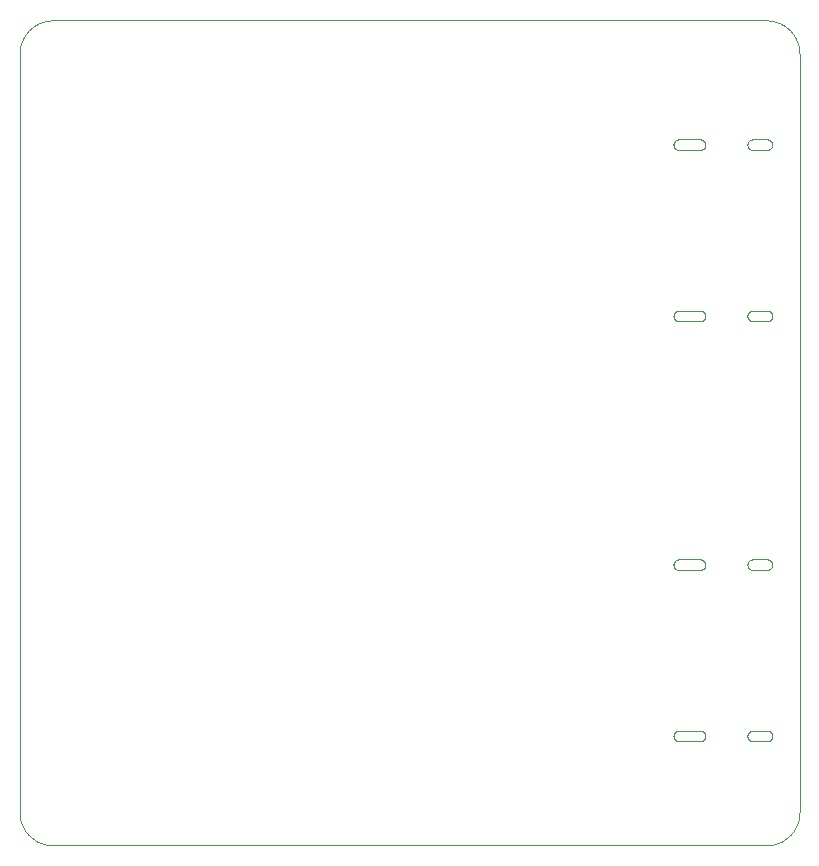
<source format=gko>
G75*
%MOIN*%
%OFA0B0*%
%FSLAX25Y25*%
%IPPOS*%
%LPD*%
%AMOC8*
5,1,8,0,0,1.08239X$1,22.5*
%
%ADD10C,0.00000*%
D10*
X0021800Y0013995D02*
X0021800Y0266635D01*
X0021803Y0266905D01*
X0021813Y0267175D01*
X0021829Y0267445D01*
X0021852Y0267714D01*
X0021882Y0267983D01*
X0021917Y0268250D01*
X0021960Y0268517D01*
X0022008Y0268783D01*
X0022063Y0269047D01*
X0022125Y0269311D01*
X0022193Y0269572D01*
X0022267Y0269832D01*
X0022347Y0270090D01*
X0022434Y0270346D01*
X0022527Y0270599D01*
X0022625Y0270851D01*
X0022730Y0271100D01*
X0022841Y0271346D01*
X0022958Y0271590D01*
X0023081Y0271831D01*
X0023209Y0272068D01*
X0023343Y0272303D01*
X0023483Y0272534D01*
X0023628Y0272762D01*
X0023779Y0272986D01*
X0023935Y0273206D01*
X0024097Y0273423D01*
X0024263Y0273636D01*
X0024435Y0273844D01*
X0024612Y0274049D01*
X0024793Y0274249D01*
X0024980Y0274444D01*
X0025171Y0274635D01*
X0025366Y0274822D01*
X0025566Y0275003D01*
X0025771Y0275180D01*
X0025979Y0275352D01*
X0026192Y0275518D01*
X0026409Y0275680D01*
X0026629Y0275836D01*
X0026853Y0275987D01*
X0027081Y0276132D01*
X0027312Y0276272D01*
X0027547Y0276406D01*
X0027784Y0276534D01*
X0028025Y0276657D01*
X0028269Y0276774D01*
X0028515Y0276885D01*
X0028764Y0276990D01*
X0029016Y0277088D01*
X0029269Y0277181D01*
X0029525Y0277268D01*
X0029783Y0277348D01*
X0030043Y0277422D01*
X0030304Y0277490D01*
X0030568Y0277552D01*
X0030832Y0277607D01*
X0031098Y0277655D01*
X0031365Y0277698D01*
X0031632Y0277733D01*
X0031901Y0277763D01*
X0032170Y0277786D01*
X0032440Y0277802D01*
X0032710Y0277812D01*
X0032980Y0277815D01*
X0270620Y0277815D01*
X0270890Y0277812D01*
X0271160Y0277802D01*
X0271430Y0277786D01*
X0271699Y0277763D01*
X0271968Y0277733D01*
X0272235Y0277698D01*
X0272502Y0277655D01*
X0272768Y0277607D01*
X0273032Y0277552D01*
X0273296Y0277490D01*
X0273557Y0277422D01*
X0273817Y0277348D01*
X0274075Y0277268D01*
X0274331Y0277181D01*
X0274584Y0277088D01*
X0274836Y0276990D01*
X0275085Y0276885D01*
X0275331Y0276774D01*
X0275575Y0276657D01*
X0275816Y0276534D01*
X0276053Y0276406D01*
X0276288Y0276272D01*
X0276519Y0276132D01*
X0276747Y0275987D01*
X0276971Y0275836D01*
X0277191Y0275680D01*
X0277408Y0275518D01*
X0277621Y0275352D01*
X0277829Y0275180D01*
X0278034Y0275003D01*
X0278234Y0274822D01*
X0278429Y0274635D01*
X0278620Y0274444D01*
X0278807Y0274249D01*
X0278988Y0274049D01*
X0279165Y0273844D01*
X0279337Y0273636D01*
X0279503Y0273423D01*
X0279665Y0273206D01*
X0279821Y0272986D01*
X0279972Y0272762D01*
X0280117Y0272534D01*
X0280257Y0272303D01*
X0280391Y0272068D01*
X0280519Y0271831D01*
X0280642Y0271590D01*
X0280759Y0271346D01*
X0280870Y0271100D01*
X0280975Y0270851D01*
X0281073Y0270599D01*
X0281166Y0270346D01*
X0281253Y0270090D01*
X0281333Y0269832D01*
X0281407Y0269572D01*
X0281475Y0269311D01*
X0281537Y0269047D01*
X0281592Y0268783D01*
X0281640Y0268517D01*
X0281683Y0268250D01*
X0281718Y0267983D01*
X0281748Y0267714D01*
X0281771Y0267445D01*
X0281787Y0267175D01*
X0281797Y0266905D01*
X0281800Y0266635D01*
X0281800Y0013995D01*
X0281797Y0013725D01*
X0281787Y0013455D01*
X0281771Y0013185D01*
X0281748Y0012916D01*
X0281718Y0012647D01*
X0281683Y0012380D01*
X0281640Y0012113D01*
X0281592Y0011847D01*
X0281537Y0011583D01*
X0281475Y0011319D01*
X0281407Y0011058D01*
X0281333Y0010798D01*
X0281253Y0010540D01*
X0281166Y0010284D01*
X0281073Y0010031D01*
X0280975Y0009779D01*
X0280870Y0009530D01*
X0280759Y0009284D01*
X0280642Y0009040D01*
X0280519Y0008799D01*
X0280391Y0008562D01*
X0280257Y0008327D01*
X0280117Y0008096D01*
X0279972Y0007868D01*
X0279821Y0007644D01*
X0279665Y0007424D01*
X0279503Y0007207D01*
X0279337Y0006994D01*
X0279165Y0006786D01*
X0278988Y0006581D01*
X0278807Y0006381D01*
X0278620Y0006186D01*
X0278429Y0005995D01*
X0278234Y0005808D01*
X0278034Y0005627D01*
X0277829Y0005450D01*
X0277621Y0005278D01*
X0277408Y0005112D01*
X0277191Y0004950D01*
X0276971Y0004794D01*
X0276747Y0004643D01*
X0276519Y0004498D01*
X0276288Y0004358D01*
X0276053Y0004224D01*
X0275816Y0004096D01*
X0275575Y0003973D01*
X0275331Y0003856D01*
X0275085Y0003745D01*
X0274836Y0003640D01*
X0274584Y0003542D01*
X0274331Y0003449D01*
X0274075Y0003362D01*
X0273817Y0003282D01*
X0273557Y0003208D01*
X0273296Y0003140D01*
X0273032Y0003078D01*
X0272768Y0003023D01*
X0272502Y0002975D01*
X0272235Y0002932D01*
X0271968Y0002897D01*
X0271699Y0002867D01*
X0271430Y0002844D01*
X0271160Y0002828D01*
X0270890Y0002818D01*
X0270620Y0002815D01*
X0032980Y0002815D01*
X0032710Y0002818D01*
X0032440Y0002828D01*
X0032170Y0002844D01*
X0031901Y0002867D01*
X0031632Y0002897D01*
X0031365Y0002932D01*
X0031098Y0002975D01*
X0030832Y0003023D01*
X0030568Y0003078D01*
X0030304Y0003140D01*
X0030043Y0003208D01*
X0029783Y0003282D01*
X0029525Y0003362D01*
X0029269Y0003449D01*
X0029016Y0003542D01*
X0028764Y0003640D01*
X0028515Y0003745D01*
X0028269Y0003856D01*
X0028025Y0003973D01*
X0027784Y0004096D01*
X0027547Y0004224D01*
X0027312Y0004358D01*
X0027081Y0004498D01*
X0026853Y0004643D01*
X0026629Y0004794D01*
X0026409Y0004950D01*
X0026192Y0005112D01*
X0025979Y0005278D01*
X0025771Y0005450D01*
X0025566Y0005627D01*
X0025366Y0005808D01*
X0025171Y0005995D01*
X0024980Y0006186D01*
X0024793Y0006381D01*
X0024612Y0006581D01*
X0024435Y0006786D01*
X0024263Y0006994D01*
X0024097Y0007207D01*
X0023935Y0007424D01*
X0023779Y0007644D01*
X0023628Y0007868D01*
X0023483Y0008096D01*
X0023343Y0008327D01*
X0023209Y0008562D01*
X0023081Y0008799D01*
X0022958Y0009040D01*
X0022841Y0009284D01*
X0022730Y0009530D01*
X0022625Y0009779D01*
X0022527Y0010031D01*
X0022434Y0010284D01*
X0022347Y0010540D01*
X0022267Y0010798D01*
X0022193Y0011058D01*
X0022125Y0011319D01*
X0022063Y0011583D01*
X0022008Y0011847D01*
X0021960Y0012113D01*
X0021917Y0012380D01*
X0021882Y0012647D01*
X0021852Y0012916D01*
X0021829Y0013185D01*
X0021813Y0013455D01*
X0021803Y0013725D01*
X0021800Y0013995D01*
X0241564Y0037500D02*
X0248650Y0037500D01*
X0248732Y0037502D01*
X0248813Y0037508D01*
X0248895Y0037517D01*
X0248976Y0037530D01*
X0249056Y0037547D01*
X0249135Y0037568D01*
X0249213Y0037592D01*
X0249290Y0037620D01*
X0249366Y0037651D01*
X0249440Y0037686D01*
X0249512Y0037724D01*
X0249583Y0037765D01*
X0249651Y0037810D01*
X0249718Y0037858D01*
X0249782Y0037909D01*
X0249844Y0037962D01*
X0249903Y0038019D01*
X0249960Y0038078D01*
X0250013Y0038140D01*
X0250064Y0038204D01*
X0250112Y0038271D01*
X0250157Y0038339D01*
X0250198Y0038410D01*
X0250236Y0038482D01*
X0250271Y0038556D01*
X0250302Y0038632D01*
X0250330Y0038709D01*
X0250354Y0038787D01*
X0250375Y0038866D01*
X0250392Y0038946D01*
X0250405Y0039027D01*
X0250414Y0039109D01*
X0250420Y0039190D01*
X0250422Y0039272D01*
X0250420Y0039354D01*
X0250414Y0039435D01*
X0250405Y0039517D01*
X0250392Y0039598D01*
X0250375Y0039678D01*
X0250354Y0039757D01*
X0250330Y0039835D01*
X0250302Y0039912D01*
X0250271Y0039988D01*
X0250236Y0040062D01*
X0250198Y0040134D01*
X0250157Y0040205D01*
X0250112Y0040273D01*
X0250064Y0040340D01*
X0250013Y0040404D01*
X0249960Y0040466D01*
X0249903Y0040525D01*
X0249844Y0040582D01*
X0249782Y0040635D01*
X0249718Y0040686D01*
X0249651Y0040734D01*
X0249583Y0040779D01*
X0249512Y0040820D01*
X0249440Y0040858D01*
X0249366Y0040893D01*
X0249290Y0040924D01*
X0249213Y0040952D01*
X0249135Y0040976D01*
X0249056Y0040997D01*
X0248976Y0041014D01*
X0248895Y0041027D01*
X0248813Y0041036D01*
X0248732Y0041042D01*
X0248650Y0041044D01*
X0248650Y0041043D02*
X0241564Y0041043D01*
X0241564Y0041044D02*
X0241482Y0041042D01*
X0241401Y0041036D01*
X0241319Y0041027D01*
X0241238Y0041014D01*
X0241158Y0040997D01*
X0241079Y0040976D01*
X0241001Y0040952D01*
X0240924Y0040924D01*
X0240848Y0040893D01*
X0240774Y0040858D01*
X0240702Y0040820D01*
X0240631Y0040779D01*
X0240563Y0040734D01*
X0240496Y0040686D01*
X0240432Y0040635D01*
X0240370Y0040582D01*
X0240311Y0040525D01*
X0240254Y0040466D01*
X0240201Y0040404D01*
X0240150Y0040340D01*
X0240102Y0040273D01*
X0240057Y0040205D01*
X0240016Y0040134D01*
X0239978Y0040062D01*
X0239943Y0039988D01*
X0239912Y0039912D01*
X0239884Y0039835D01*
X0239860Y0039757D01*
X0239839Y0039678D01*
X0239822Y0039598D01*
X0239809Y0039517D01*
X0239800Y0039435D01*
X0239794Y0039354D01*
X0239792Y0039272D01*
X0239794Y0039190D01*
X0239800Y0039109D01*
X0239809Y0039027D01*
X0239822Y0038946D01*
X0239839Y0038866D01*
X0239860Y0038787D01*
X0239884Y0038709D01*
X0239912Y0038632D01*
X0239943Y0038556D01*
X0239978Y0038482D01*
X0240016Y0038410D01*
X0240057Y0038339D01*
X0240102Y0038271D01*
X0240150Y0038204D01*
X0240201Y0038140D01*
X0240254Y0038078D01*
X0240311Y0038019D01*
X0240370Y0037962D01*
X0240432Y0037909D01*
X0240496Y0037858D01*
X0240563Y0037810D01*
X0240631Y0037765D01*
X0240702Y0037724D01*
X0240774Y0037686D01*
X0240848Y0037651D01*
X0240924Y0037620D01*
X0241001Y0037592D01*
X0241079Y0037568D01*
X0241158Y0037547D01*
X0241238Y0037530D01*
X0241319Y0037517D01*
X0241401Y0037508D01*
X0241482Y0037502D01*
X0241564Y0037500D01*
X0266209Y0037500D02*
X0270934Y0037500D01*
X0271016Y0037502D01*
X0271097Y0037508D01*
X0271179Y0037517D01*
X0271260Y0037530D01*
X0271340Y0037547D01*
X0271419Y0037568D01*
X0271497Y0037592D01*
X0271574Y0037620D01*
X0271650Y0037651D01*
X0271724Y0037686D01*
X0271796Y0037724D01*
X0271867Y0037765D01*
X0271935Y0037810D01*
X0272002Y0037858D01*
X0272066Y0037909D01*
X0272128Y0037962D01*
X0272187Y0038019D01*
X0272244Y0038078D01*
X0272297Y0038140D01*
X0272348Y0038204D01*
X0272396Y0038271D01*
X0272441Y0038339D01*
X0272482Y0038410D01*
X0272520Y0038482D01*
X0272555Y0038556D01*
X0272586Y0038632D01*
X0272614Y0038709D01*
X0272638Y0038787D01*
X0272659Y0038866D01*
X0272676Y0038946D01*
X0272689Y0039027D01*
X0272698Y0039109D01*
X0272704Y0039190D01*
X0272706Y0039272D01*
X0272704Y0039354D01*
X0272698Y0039435D01*
X0272689Y0039517D01*
X0272676Y0039598D01*
X0272659Y0039678D01*
X0272638Y0039757D01*
X0272614Y0039835D01*
X0272586Y0039912D01*
X0272555Y0039988D01*
X0272520Y0040062D01*
X0272482Y0040134D01*
X0272441Y0040205D01*
X0272396Y0040273D01*
X0272348Y0040340D01*
X0272297Y0040404D01*
X0272244Y0040466D01*
X0272187Y0040525D01*
X0272128Y0040582D01*
X0272066Y0040635D01*
X0272002Y0040686D01*
X0271935Y0040734D01*
X0271867Y0040779D01*
X0271796Y0040820D01*
X0271724Y0040858D01*
X0271650Y0040893D01*
X0271574Y0040924D01*
X0271497Y0040952D01*
X0271419Y0040976D01*
X0271340Y0040997D01*
X0271260Y0041014D01*
X0271179Y0041027D01*
X0271097Y0041036D01*
X0271016Y0041042D01*
X0270934Y0041044D01*
X0270934Y0041043D02*
X0266209Y0041043D01*
X0266209Y0041044D02*
X0266127Y0041042D01*
X0266046Y0041036D01*
X0265964Y0041027D01*
X0265883Y0041014D01*
X0265803Y0040997D01*
X0265724Y0040976D01*
X0265646Y0040952D01*
X0265569Y0040924D01*
X0265493Y0040893D01*
X0265419Y0040858D01*
X0265347Y0040820D01*
X0265276Y0040779D01*
X0265208Y0040734D01*
X0265141Y0040686D01*
X0265077Y0040635D01*
X0265015Y0040582D01*
X0264956Y0040525D01*
X0264899Y0040466D01*
X0264846Y0040404D01*
X0264795Y0040340D01*
X0264747Y0040273D01*
X0264702Y0040205D01*
X0264661Y0040134D01*
X0264623Y0040062D01*
X0264588Y0039988D01*
X0264557Y0039912D01*
X0264529Y0039835D01*
X0264505Y0039757D01*
X0264484Y0039678D01*
X0264467Y0039598D01*
X0264454Y0039517D01*
X0264445Y0039435D01*
X0264439Y0039354D01*
X0264437Y0039272D01*
X0264439Y0039190D01*
X0264445Y0039109D01*
X0264454Y0039027D01*
X0264467Y0038946D01*
X0264484Y0038866D01*
X0264505Y0038787D01*
X0264529Y0038709D01*
X0264557Y0038632D01*
X0264588Y0038556D01*
X0264623Y0038482D01*
X0264661Y0038410D01*
X0264702Y0038339D01*
X0264747Y0038271D01*
X0264795Y0038204D01*
X0264846Y0038140D01*
X0264899Y0038078D01*
X0264956Y0038019D01*
X0265015Y0037962D01*
X0265077Y0037909D01*
X0265141Y0037858D01*
X0265208Y0037810D01*
X0265276Y0037765D01*
X0265347Y0037724D01*
X0265419Y0037686D01*
X0265493Y0037651D01*
X0265569Y0037620D01*
X0265646Y0037592D01*
X0265724Y0037568D01*
X0265803Y0037547D01*
X0265883Y0037530D01*
X0265964Y0037517D01*
X0266046Y0037508D01*
X0266127Y0037502D01*
X0266209Y0037500D01*
X0266209Y0094587D02*
X0270934Y0094587D01*
X0270934Y0094586D02*
X0271016Y0094588D01*
X0271097Y0094594D01*
X0271179Y0094603D01*
X0271260Y0094616D01*
X0271340Y0094633D01*
X0271419Y0094654D01*
X0271497Y0094678D01*
X0271574Y0094706D01*
X0271650Y0094737D01*
X0271724Y0094772D01*
X0271796Y0094810D01*
X0271867Y0094851D01*
X0271935Y0094896D01*
X0272002Y0094944D01*
X0272066Y0094995D01*
X0272128Y0095048D01*
X0272187Y0095105D01*
X0272244Y0095164D01*
X0272297Y0095226D01*
X0272348Y0095290D01*
X0272396Y0095357D01*
X0272441Y0095425D01*
X0272482Y0095496D01*
X0272520Y0095568D01*
X0272555Y0095642D01*
X0272586Y0095718D01*
X0272614Y0095795D01*
X0272638Y0095873D01*
X0272659Y0095952D01*
X0272676Y0096032D01*
X0272689Y0096113D01*
X0272698Y0096195D01*
X0272704Y0096276D01*
X0272706Y0096358D01*
X0272704Y0096440D01*
X0272698Y0096521D01*
X0272689Y0096603D01*
X0272676Y0096684D01*
X0272659Y0096764D01*
X0272638Y0096843D01*
X0272614Y0096921D01*
X0272586Y0096998D01*
X0272555Y0097074D01*
X0272520Y0097148D01*
X0272482Y0097220D01*
X0272441Y0097291D01*
X0272396Y0097359D01*
X0272348Y0097426D01*
X0272297Y0097490D01*
X0272244Y0097552D01*
X0272187Y0097611D01*
X0272128Y0097668D01*
X0272066Y0097721D01*
X0272002Y0097772D01*
X0271935Y0097820D01*
X0271867Y0097865D01*
X0271796Y0097906D01*
X0271724Y0097944D01*
X0271650Y0097979D01*
X0271574Y0098010D01*
X0271497Y0098038D01*
X0271419Y0098062D01*
X0271340Y0098083D01*
X0271260Y0098100D01*
X0271179Y0098113D01*
X0271097Y0098122D01*
X0271016Y0098128D01*
X0270934Y0098130D01*
X0266209Y0098130D01*
X0266127Y0098128D01*
X0266046Y0098122D01*
X0265964Y0098113D01*
X0265883Y0098100D01*
X0265803Y0098083D01*
X0265724Y0098062D01*
X0265646Y0098038D01*
X0265569Y0098010D01*
X0265493Y0097979D01*
X0265419Y0097944D01*
X0265347Y0097906D01*
X0265276Y0097865D01*
X0265208Y0097820D01*
X0265141Y0097772D01*
X0265077Y0097721D01*
X0265015Y0097668D01*
X0264956Y0097611D01*
X0264899Y0097552D01*
X0264846Y0097490D01*
X0264795Y0097426D01*
X0264747Y0097359D01*
X0264702Y0097291D01*
X0264661Y0097220D01*
X0264623Y0097148D01*
X0264588Y0097074D01*
X0264557Y0096998D01*
X0264529Y0096921D01*
X0264505Y0096843D01*
X0264484Y0096764D01*
X0264467Y0096684D01*
X0264454Y0096603D01*
X0264445Y0096521D01*
X0264439Y0096440D01*
X0264437Y0096358D01*
X0264439Y0096276D01*
X0264445Y0096195D01*
X0264454Y0096113D01*
X0264467Y0096032D01*
X0264484Y0095952D01*
X0264505Y0095873D01*
X0264529Y0095795D01*
X0264557Y0095718D01*
X0264588Y0095642D01*
X0264623Y0095568D01*
X0264661Y0095496D01*
X0264702Y0095425D01*
X0264747Y0095357D01*
X0264795Y0095290D01*
X0264846Y0095226D01*
X0264899Y0095164D01*
X0264956Y0095105D01*
X0265015Y0095048D01*
X0265077Y0094995D01*
X0265141Y0094944D01*
X0265208Y0094896D01*
X0265276Y0094851D01*
X0265347Y0094810D01*
X0265419Y0094772D01*
X0265493Y0094737D01*
X0265569Y0094706D01*
X0265646Y0094678D01*
X0265724Y0094654D01*
X0265803Y0094633D01*
X0265883Y0094616D01*
X0265964Y0094603D01*
X0266046Y0094594D01*
X0266127Y0094588D01*
X0266209Y0094586D01*
X0248650Y0094587D02*
X0241564Y0094587D01*
X0239792Y0096358D02*
X0239794Y0096440D01*
X0239800Y0096521D01*
X0239809Y0096603D01*
X0239822Y0096684D01*
X0239839Y0096764D01*
X0239860Y0096843D01*
X0239884Y0096921D01*
X0239912Y0096998D01*
X0239943Y0097074D01*
X0239978Y0097148D01*
X0240016Y0097220D01*
X0240057Y0097291D01*
X0240102Y0097359D01*
X0240150Y0097426D01*
X0240201Y0097490D01*
X0240254Y0097552D01*
X0240311Y0097611D01*
X0240370Y0097668D01*
X0240432Y0097721D01*
X0240496Y0097772D01*
X0240563Y0097820D01*
X0240631Y0097865D01*
X0240702Y0097906D01*
X0240774Y0097944D01*
X0240848Y0097979D01*
X0240924Y0098010D01*
X0241001Y0098038D01*
X0241079Y0098062D01*
X0241158Y0098083D01*
X0241238Y0098100D01*
X0241319Y0098113D01*
X0241401Y0098122D01*
X0241482Y0098128D01*
X0241564Y0098130D01*
X0248650Y0098130D01*
X0250422Y0096358D02*
X0250420Y0096276D01*
X0250414Y0096195D01*
X0250405Y0096113D01*
X0250392Y0096032D01*
X0250375Y0095952D01*
X0250354Y0095873D01*
X0250330Y0095795D01*
X0250302Y0095718D01*
X0250271Y0095642D01*
X0250236Y0095568D01*
X0250198Y0095496D01*
X0250157Y0095425D01*
X0250112Y0095357D01*
X0250064Y0095290D01*
X0250013Y0095226D01*
X0249960Y0095164D01*
X0249903Y0095105D01*
X0249844Y0095048D01*
X0249782Y0094995D01*
X0249718Y0094944D01*
X0249651Y0094896D01*
X0249583Y0094851D01*
X0249512Y0094810D01*
X0249440Y0094772D01*
X0249366Y0094737D01*
X0249290Y0094706D01*
X0249213Y0094678D01*
X0249135Y0094654D01*
X0249056Y0094633D01*
X0248976Y0094616D01*
X0248895Y0094603D01*
X0248813Y0094594D01*
X0248732Y0094588D01*
X0248650Y0094586D01*
X0250422Y0096358D02*
X0250420Y0096440D01*
X0250414Y0096521D01*
X0250405Y0096603D01*
X0250392Y0096684D01*
X0250375Y0096764D01*
X0250354Y0096843D01*
X0250330Y0096921D01*
X0250302Y0096998D01*
X0250271Y0097074D01*
X0250236Y0097148D01*
X0250198Y0097220D01*
X0250157Y0097291D01*
X0250112Y0097359D01*
X0250064Y0097426D01*
X0250013Y0097490D01*
X0249960Y0097552D01*
X0249903Y0097611D01*
X0249844Y0097668D01*
X0249782Y0097721D01*
X0249718Y0097772D01*
X0249651Y0097820D01*
X0249583Y0097865D01*
X0249512Y0097906D01*
X0249440Y0097944D01*
X0249366Y0097979D01*
X0249290Y0098010D01*
X0249213Y0098038D01*
X0249135Y0098062D01*
X0249056Y0098083D01*
X0248976Y0098100D01*
X0248895Y0098113D01*
X0248813Y0098122D01*
X0248732Y0098128D01*
X0248650Y0098130D01*
X0241564Y0094586D02*
X0241482Y0094588D01*
X0241401Y0094594D01*
X0241319Y0094603D01*
X0241238Y0094616D01*
X0241158Y0094633D01*
X0241079Y0094654D01*
X0241001Y0094678D01*
X0240924Y0094706D01*
X0240848Y0094737D01*
X0240774Y0094772D01*
X0240702Y0094810D01*
X0240631Y0094851D01*
X0240563Y0094896D01*
X0240496Y0094944D01*
X0240432Y0094995D01*
X0240370Y0095048D01*
X0240311Y0095105D01*
X0240254Y0095164D01*
X0240201Y0095226D01*
X0240150Y0095290D01*
X0240102Y0095357D01*
X0240057Y0095425D01*
X0240016Y0095496D01*
X0239978Y0095568D01*
X0239943Y0095642D01*
X0239912Y0095718D01*
X0239884Y0095795D01*
X0239860Y0095873D01*
X0239839Y0095952D01*
X0239822Y0096032D01*
X0239809Y0096113D01*
X0239800Y0096195D01*
X0239794Y0096276D01*
X0239792Y0096358D01*
X0241564Y0177500D02*
X0248650Y0177500D01*
X0248732Y0177502D01*
X0248813Y0177508D01*
X0248895Y0177517D01*
X0248976Y0177530D01*
X0249056Y0177547D01*
X0249135Y0177568D01*
X0249213Y0177592D01*
X0249290Y0177620D01*
X0249366Y0177651D01*
X0249440Y0177686D01*
X0249512Y0177724D01*
X0249583Y0177765D01*
X0249651Y0177810D01*
X0249718Y0177858D01*
X0249782Y0177909D01*
X0249844Y0177962D01*
X0249903Y0178019D01*
X0249960Y0178078D01*
X0250013Y0178140D01*
X0250064Y0178204D01*
X0250112Y0178271D01*
X0250157Y0178339D01*
X0250198Y0178410D01*
X0250236Y0178482D01*
X0250271Y0178556D01*
X0250302Y0178632D01*
X0250330Y0178709D01*
X0250354Y0178787D01*
X0250375Y0178866D01*
X0250392Y0178946D01*
X0250405Y0179027D01*
X0250414Y0179109D01*
X0250420Y0179190D01*
X0250422Y0179272D01*
X0250420Y0179354D01*
X0250414Y0179435D01*
X0250405Y0179517D01*
X0250392Y0179598D01*
X0250375Y0179678D01*
X0250354Y0179757D01*
X0250330Y0179835D01*
X0250302Y0179912D01*
X0250271Y0179988D01*
X0250236Y0180062D01*
X0250198Y0180134D01*
X0250157Y0180205D01*
X0250112Y0180273D01*
X0250064Y0180340D01*
X0250013Y0180404D01*
X0249960Y0180466D01*
X0249903Y0180525D01*
X0249844Y0180582D01*
X0249782Y0180635D01*
X0249718Y0180686D01*
X0249651Y0180734D01*
X0249583Y0180779D01*
X0249512Y0180820D01*
X0249440Y0180858D01*
X0249366Y0180893D01*
X0249290Y0180924D01*
X0249213Y0180952D01*
X0249135Y0180976D01*
X0249056Y0180997D01*
X0248976Y0181014D01*
X0248895Y0181027D01*
X0248813Y0181036D01*
X0248732Y0181042D01*
X0248650Y0181044D01*
X0248650Y0181043D02*
X0241564Y0181043D01*
X0241564Y0181044D02*
X0241482Y0181042D01*
X0241401Y0181036D01*
X0241319Y0181027D01*
X0241238Y0181014D01*
X0241158Y0180997D01*
X0241079Y0180976D01*
X0241001Y0180952D01*
X0240924Y0180924D01*
X0240848Y0180893D01*
X0240774Y0180858D01*
X0240702Y0180820D01*
X0240631Y0180779D01*
X0240563Y0180734D01*
X0240496Y0180686D01*
X0240432Y0180635D01*
X0240370Y0180582D01*
X0240311Y0180525D01*
X0240254Y0180466D01*
X0240201Y0180404D01*
X0240150Y0180340D01*
X0240102Y0180273D01*
X0240057Y0180205D01*
X0240016Y0180134D01*
X0239978Y0180062D01*
X0239943Y0179988D01*
X0239912Y0179912D01*
X0239884Y0179835D01*
X0239860Y0179757D01*
X0239839Y0179678D01*
X0239822Y0179598D01*
X0239809Y0179517D01*
X0239800Y0179435D01*
X0239794Y0179354D01*
X0239792Y0179272D01*
X0239794Y0179190D01*
X0239800Y0179109D01*
X0239809Y0179027D01*
X0239822Y0178946D01*
X0239839Y0178866D01*
X0239860Y0178787D01*
X0239884Y0178709D01*
X0239912Y0178632D01*
X0239943Y0178556D01*
X0239978Y0178482D01*
X0240016Y0178410D01*
X0240057Y0178339D01*
X0240102Y0178271D01*
X0240150Y0178204D01*
X0240201Y0178140D01*
X0240254Y0178078D01*
X0240311Y0178019D01*
X0240370Y0177962D01*
X0240432Y0177909D01*
X0240496Y0177858D01*
X0240563Y0177810D01*
X0240631Y0177765D01*
X0240702Y0177724D01*
X0240774Y0177686D01*
X0240848Y0177651D01*
X0240924Y0177620D01*
X0241001Y0177592D01*
X0241079Y0177568D01*
X0241158Y0177547D01*
X0241238Y0177530D01*
X0241319Y0177517D01*
X0241401Y0177508D01*
X0241482Y0177502D01*
X0241564Y0177500D01*
X0266209Y0177500D02*
X0270934Y0177500D01*
X0271016Y0177502D01*
X0271097Y0177508D01*
X0271179Y0177517D01*
X0271260Y0177530D01*
X0271340Y0177547D01*
X0271419Y0177568D01*
X0271497Y0177592D01*
X0271574Y0177620D01*
X0271650Y0177651D01*
X0271724Y0177686D01*
X0271796Y0177724D01*
X0271867Y0177765D01*
X0271935Y0177810D01*
X0272002Y0177858D01*
X0272066Y0177909D01*
X0272128Y0177962D01*
X0272187Y0178019D01*
X0272244Y0178078D01*
X0272297Y0178140D01*
X0272348Y0178204D01*
X0272396Y0178271D01*
X0272441Y0178339D01*
X0272482Y0178410D01*
X0272520Y0178482D01*
X0272555Y0178556D01*
X0272586Y0178632D01*
X0272614Y0178709D01*
X0272638Y0178787D01*
X0272659Y0178866D01*
X0272676Y0178946D01*
X0272689Y0179027D01*
X0272698Y0179109D01*
X0272704Y0179190D01*
X0272706Y0179272D01*
X0272704Y0179354D01*
X0272698Y0179435D01*
X0272689Y0179517D01*
X0272676Y0179598D01*
X0272659Y0179678D01*
X0272638Y0179757D01*
X0272614Y0179835D01*
X0272586Y0179912D01*
X0272555Y0179988D01*
X0272520Y0180062D01*
X0272482Y0180134D01*
X0272441Y0180205D01*
X0272396Y0180273D01*
X0272348Y0180340D01*
X0272297Y0180404D01*
X0272244Y0180466D01*
X0272187Y0180525D01*
X0272128Y0180582D01*
X0272066Y0180635D01*
X0272002Y0180686D01*
X0271935Y0180734D01*
X0271867Y0180779D01*
X0271796Y0180820D01*
X0271724Y0180858D01*
X0271650Y0180893D01*
X0271574Y0180924D01*
X0271497Y0180952D01*
X0271419Y0180976D01*
X0271340Y0180997D01*
X0271260Y0181014D01*
X0271179Y0181027D01*
X0271097Y0181036D01*
X0271016Y0181042D01*
X0270934Y0181044D01*
X0270934Y0181043D02*
X0266209Y0181043D01*
X0266209Y0181044D02*
X0266127Y0181042D01*
X0266046Y0181036D01*
X0265964Y0181027D01*
X0265883Y0181014D01*
X0265803Y0180997D01*
X0265724Y0180976D01*
X0265646Y0180952D01*
X0265569Y0180924D01*
X0265493Y0180893D01*
X0265419Y0180858D01*
X0265347Y0180820D01*
X0265276Y0180779D01*
X0265208Y0180734D01*
X0265141Y0180686D01*
X0265077Y0180635D01*
X0265015Y0180582D01*
X0264956Y0180525D01*
X0264899Y0180466D01*
X0264846Y0180404D01*
X0264795Y0180340D01*
X0264747Y0180273D01*
X0264702Y0180205D01*
X0264661Y0180134D01*
X0264623Y0180062D01*
X0264588Y0179988D01*
X0264557Y0179912D01*
X0264529Y0179835D01*
X0264505Y0179757D01*
X0264484Y0179678D01*
X0264467Y0179598D01*
X0264454Y0179517D01*
X0264445Y0179435D01*
X0264439Y0179354D01*
X0264437Y0179272D01*
X0264439Y0179190D01*
X0264445Y0179109D01*
X0264454Y0179027D01*
X0264467Y0178946D01*
X0264484Y0178866D01*
X0264505Y0178787D01*
X0264529Y0178709D01*
X0264557Y0178632D01*
X0264588Y0178556D01*
X0264623Y0178482D01*
X0264661Y0178410D01*
X0264702Y0178339D01*
X0264747Y0178271D01*
X0264795Y0178204D01*
X0264846Y0178140D01*
X0264899Y0178078D01*
X0264956Y0178019D01*
X0265015Y0177962D01*
X0265077Y0177909D01*
X0265141Y0177858D01*
X0265208Y0177810D01*
X0265276Y0177765D01*
X0265347Y0177724D01*
X0265419Y0177686D01*
X0265493Y0177651D01*
X0265569Y0177620D01*
X0265646Y0177592D01*
X0265724Y0177568D01*
X0265803Y0177547D01*
X0265883Y0177530D01*
X0265964Y0177517D01*
X0266046Y0177508D01*
X0266127Y0177502D01*
X0266209Y0177500D01*
X0266209Y0234587D02*
X0270934Y0234587D01*
X0270934Y0234586D02*
X0271016Y0234588D01*
X0271097Y0234594D01*
X0271179Y0234603D01*
X0271260Y0234616D01*
X0271340Y0234633D01*
X0271419Y0234654D01*
X0271497Y0234678D01*
X0271574Y0234706D01*
X0271650Y0234737D01*
X0271724Y0234772D01*
X0271796Y0234810D01*
X0271867Y0234851D01*
X0271935Y0234896D01*
X0272002Y0234944D01*
X0272066Y0234995D01*
X0272128Y0235048D01*
X0272187Y0235105D01*
X0272244Y0235164D01*
X0272297Y0235226D01*
X0272348Y0235290D01*
X0272396Y0235357D01*
X0272441Y0235425D01*
X0272482Y0235496D01*
X0272520Y0235568D01*
X0272555Y0235642D01*
X0272586Y0235718D01*
X0272614Y0235795D01*
X0272638Y0235873D01*
X0272659Y0235952D01*
X0272676Y0236032D01*
X0272689Y0236113D01*
X0272698Y0236195D01*
X0272704Y0236276D01*
X0272706Y0236358D01*
X0272704Y0236440D01*
X0272698Y0236521D01*
X0272689Y0236603D01*
X0272676Y0236684D01*
X0272659Y0236764D01*
X0272638Y0236843D01*
X0272614Y0236921D01*
X0272586Y0236998D01*
X0272555Y0237074D01*
X0272520Y0237148D01*
X0272482Y0237220D01*
X0272441Y0237291D01*
X0272396Y0237359D01*
X0272348Y0237426D01*
X0272297Y0237490D01*
X0272244Y0237552D01*
X0272187Y0237611D01*
X0272128Y0237668D01*
X0272066Y0237721D01*
X0272002Y0237772D01*
X0271935Y0237820D01*
X0271867Y0237865D01*
X0271796Y0237906D01*
X0271724Y0237944D01*
X0271650Y0237979D01*
X0271574Y0238010D01*
X0271497Y0238038D01*
X0271419Y0238062D01*
X0271340Y0238083D01*
X0271260Y0238100D01*
X0271179Y0238113D01*
X0271097Y0238122D01*
X0271016Y0238128D01*
X0270934Y0238130D01*
X0266209Y0238130D01*
X0266127Y0238128D01*
X0266046Y0238122D01*
X0265964Y0238113D01*
X0265883Y0238100D01*
X0265803Y0238083D01*
X0265724Y0238062D01*
X0265646Y0238038D01*
X0265569Y0238010D01*
X0265493Y0237979D01*
X0265419Y0237944D01*
X0265347Y0237906D01*
X0265276Y0237865D01*
X0265208Y0237820D01*
X0265141Y0237772D01*
X0265077Y0237721D01*
X0265015Y0237668D01*
X0264956Y0237611D01*
X0264899Y0237552D01*
X0264846Y0237490D01*
X0264795Y0237426D01*
X0264747Y0237359D01*
X0264702Y0237291D01*
X0264661Y0237220D01*
X0264623Y0237148D01*
X0264588Y0237074D01*
X0264557Y0236998D01*
X0264529Y0236921D01*
X0264505Y0236843D01*
X0264484Y0236764D01*
X0264467Y0236684D01*
X0264454Y0236603D01*
X0264445Y0236521D01*
X0264439Y0236440D01*
X0264437Y0236358D01*
X0264439Y0236276D01*
X0264445Y0236195D01*
X0264454Y0236113D01*
X0264467Y0236032D01*
X0264484Y0235952D01*
X0264505Y0235873D01*
X0264529Y0235795D01*
X0264557Y0235718D01*
X0264588Y0235642D01*
X0264623Y0235568D01*
X0264661Y0235496D01*
X0264702Y0235425D01*
X0264747Y0235357D01*
X0264795Y0235290D01*
X0264846Y0235226D01*
X0264899Y0235164D01*
X0264956Y0235105D01*
X0265015Y0235048D01*
X0265077Y0234995D01*
X0265141Y0234944D01*
X0265208Y0234896D01*
X0265276Y0234851D01*
X0265347Y0234810D01*
X0265419Y0234772D01*
X0265493Y0234737D01*
X0265569Y0234706D01*
X0265646Y0234678D01*
X0265724Y0234654D01*
X0265803Y0234633D01*
X0265883Y0234616D01*
X0265964Y0234603D01*
X0266046Y0234594D01*
X0266127Y0234588D01*
X0266209Y0234586D01*
X0248650Y0234587D02*
X0241564Y0234587D01*
X0239792Y0236358D02*
X0239794Y0236440D01*
X0239800Y0236521D01*
X0239809Y0236603D01*
X0239822Y0236684D01*
X0239839Y0236764D01*
X0239860Y0236843D01*
X0239884Y0236921D01*
X0239912Y0236998D01*
X0239943Y0237074D01*
X0239978Y0237148D01*
X0240016Y0237220D01*
X0240057Y0237291D01*
X0240102Y0237359D01*
X0240150Y0237426D01*
X0240201Y0237490D01*
X0240254Y0237552D01*
X0240311Y0237611D01*
X0240370Y0237668D01*
X0240432Y0237721D01*
X0240496Y0237772D01*
X0240563Y0237820D01*
X0240631Y0237865D01*
X0240702Y0237906D01*
X0240774Y0237944D01*
X0240848Y0237979D01*
X0240924Y0238010D01*
X0241001Y0238038D01*
X0241079Y0238062D01*
X0241158Y0238083D01*
X0241238Y0238100D01*
X0241319Y0238113D01*
X0241401Y0238122D01*
X0241482Y0238128D01*
X0241564Y0238130D01*
X0248650Y0238130D01*
X0250422Y0236358D02*
X0250420Y0236276D01*
X0250414Y0236195D01*
X0250405Y0236113D01*
X0250392Y0236032D01*
X0250375Y0235952D01*
X0250354Y0235873D01*
X0250330Y0235795D01*
X0250302Y0235718D01*
X0250271Y0235642D01*
X0250236Y0235568D01*
X0250198Y0235496D01*
X0250157Y0235425D01*
X0250112Y0235357D01*
X0250064Y0235290D01*
X0250013Y0235226D01*
X0249960Y0235164D01*
X0249903Y0235105D01*
X0249844Y0235048D01*
X0249782Y0234995D01*
X0249718Y0234944D01*
X0249651Y0234896D01*
X0249583Y0234851D01*
X0249512Y0234810D01*
X0249440Y0234772D01*
X0249366Y0234737D01*
X0249290Y0234706D01*
X0249213Y0234678D01*
X0249135Y0234654D01*
X0249056Y0234633D01*
X0248976Y0234616D01*
X0248895Y0234603D01*
X0248813Y0234594D01*
X0248732Y0234588D01*
X0248650Y0234586D01*
X0250422Y0236358D02*
X0250420Y0236440D01*
X0250414Y0236521D01*
X0250405Y0236603D01*
X0250392Y0236684D01*
X0250375Y0236764D01*
X0250354Y0236843D01*
X0250330Y0236921D01*
X0250302Y0236998D01*
X0250271Y0237074D01*
X0250236Y0237148D01*
X0250198Y0237220D01*
X0250157Y0237291D01*
X0250112Y0237359D01*
X0250064Y0237426D01*
X0250013Y0237490D01*
X0249960Y0237552D01*
X0249903Y0237611D01*
X0249844Y0237668D01*
X0249782Y0237721D01*
X0249718Y0237772D01*
X0249651Y0237820D01*
X0249583Y0237865D01*
X0249512Y0237906D01*
X0249440Y0237944D01*
X0249366Y0237979D01*
X0249290Y0238010D01*
X0249213Y0238038D01*
X0249135Y0238062D01*
X0249056Y0238083D01*
X0248976Y0238100D01*
X0248895Y0238113D01*
X0248813Y0238122D01*
X0248732Y0238128D01*
X0248650Y0238130D01*
X0241564Y0234586D02*
X0241482Y0234588D01*
X0241401Y0234594D01*
X0241319Y0234603D01*
X0241238Y0234616D01*
X0241158Y0234633D01*
X0241079Y0234654D01*
X0241001Y0234678D01*
X0240924Y0234706D01*
X0240848Y0234737D01*
X0240774Y0234772D01*
X0240702Y0234810D01*
X0240631Y0234851D01*
X0240563Y0234896D01*
X0240496Y0234944D01*
X0240432Y0234995D01*
X0240370Y0235048D01*
X0240311Y0235105D01*
X0240254Y0235164D01*
X0240201Y0235226D01*
X0240150Y0235290D01*
X0240102Y0235357D01*
X0240057Y0235425D01*
X0240016Y0235496D01*
X0239978Y0235568D01*
X0239943Y0235642D01*
X0239912Y0235718D01*
X0239884Y0235795D01*
X0239860Y0235873D01*
X0239839Y0235952D01*
X0239822Y0236032D01*
X0239809Y0236113D01*
X0239800Y0236195D01*
X0239794Y0236276D01*
X0239792Y0236358D01*
M02*

</source>
